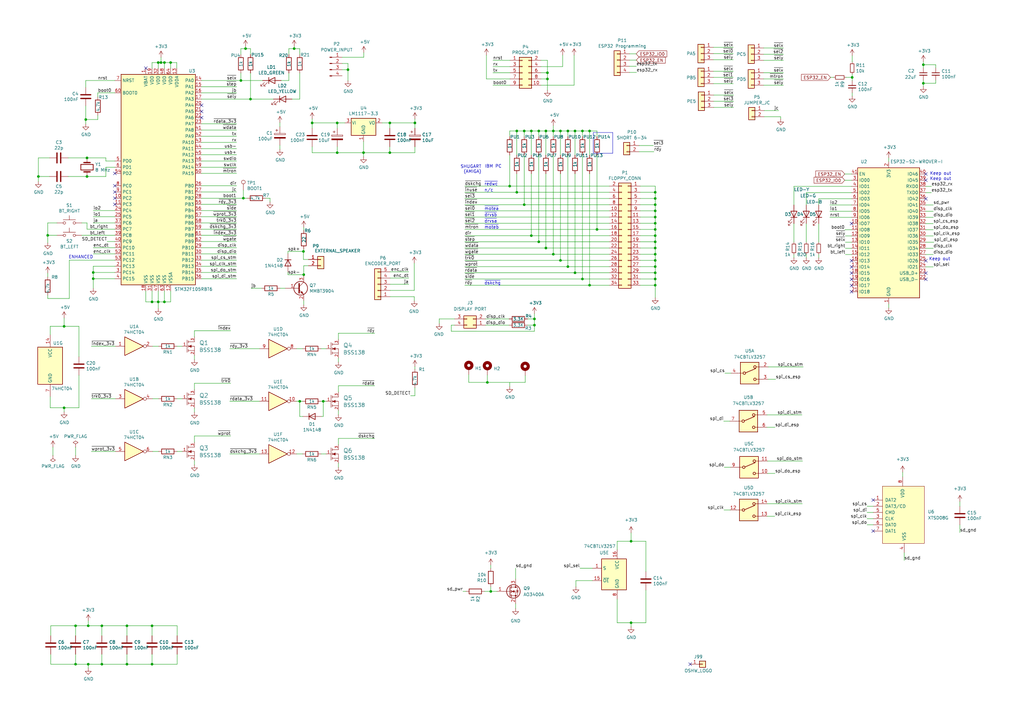
<source format=kicad_sch>
(kicad_sch
	(version 20250114)
	(generator "eeschema")
	(generator_version "9.0")
	(uuid "6c7ae024-2559-4f5f-b740-5250220cff1a")
	(paper "A3")
	(title_block
		(title "SweFlopsMini")
		(date "2024-01-28")
		(rev "1.04")
		(company "Sweproj")
		(comment 1 "Based on schematics by H.M")
		(comment 2 "Licensed under CERN OHL v.1.2")
	)
	
	(text "Keep out"
		(exclude_from_sim no)
		(at 381 107.061 0)
		(effects
			(font
				(size 1.27 1.27)
			)
			(justify left bottom)
		)
		(uuid "0a35a40a-2ce4-4fc6-ab4a-8c52bab7744d")
	)
	(text "~{drvsb}"
		(exclude_from_sim no)
		(at 198.628 89.027 0)
		(effects
			(font
				(size 1.27 1.27)
			)
			(justify left bottom)
		)
		(uuid "1bf1faf9-34e9-4f41-907e-4b7e09f482e4")
	)
	(text "n/c"
		(exclude_from_sim no)
		(at 198.628 78.867 0)
		(effects
			(font
				(size 1.27 1.27)
			)
			(justify left bottom)
		)
		(uuid "48f523fb-1a98-4d98-b25a-30e9106ff153")
	)
	(text "~{drvsa}"
		(exclude_from_sim no)
		(at 198.628 91.567 0)
		(effects
			(font
				(size 1.27 1.27)
			)
			(justify left bottom)
		)
		(uuid "4bcd7fc5-b03b-49bd-979a-f895ffc70355")
	)
	(text "~{moteb}"
		(exclude_from_sim no)
		(at 198.628 94.107 0)
		(effects
			(font
				(size 1.27 1.27)
			)
			(justify left bottom)
		)
		(uuid "579b32b7-b358-4ffc-901f-50281eb2eff8")
	)
	(text "~{motea}"
		(exclude_from_sim no)
		(at 198.628 86.487 0)
		(effects
			(font
				(size 1.27 1.27)
			)
			(justify left bottom)
		)
		(uuid "74e40ccd-0fba-4253-a76d-7a77141cbbd8")
	)
	(text "~{redwc}"
		(exclude_from_sim no)
		(at 198.628 76.327 0)
		(effects
			(font
				(size 1.27 1.27)
			)
			(justify left bottom)
		)
		(uuid "94e3e44c-f88a-4e9e-93bf-2fadb7d32c9f")
	)
	(text "Keep out"
		(exclude_from_sim no)
		(at 381.381 72.009 0)
		(effects
			(font
				(size 1.27 1.27)
			)
			(justify left bottom)
		)
		(uuid "a0993398-d95f-413d-9501-0d73d0005414")
	)
	(text "IBM PC"
		(exclude_from_sim no)
		(at 198.755 69.088 0)
		(effects
			(font
				(size 1.27 1.27)
			)
			(justify left bottom)
		)
		(uuid "b7d81031-bb80-47ff-a607-db0ba3d3cfa5")
	)
	(text "Keep out"
		(exclude_from_sim no)
		(at 381.381 74.168 0)
		(effects
			(font
				(size 1.27 1.27)
			)
			(justify left bottom)
		)
		(uuid "c7519236-afd3-4a2f-b09c-295c357933f6")
	)
	(text "SHUGART\n(AMIGA)"
		(exclude_from_sim no)
		(at 197.485 71.247 0)
		(effects
			(font
				(size 1.27 1.27)
			)
			(justify right bottom)
		)
		(uuid "d8f3e79a-96a6-4afd-81f6-a00ea57b958c")
	)
	(text "~{dskchg}"
		(exclude_from_sim no)
		(at 198.628 116.967 0)
		(effects
			(font
				(size 1.27 1.27)
			)
			(justify left bottom)
		)
		(uuid "d9164d72-3a4e-4874-b5e8-447d0ba92d42")
	)
	(text "ENHANCED\n"
		(exclude_from_sim no)
		(at 38.227 106.299 0)
		(effects
			(font
				(size 1.27 1.27)
			)
			(justify right bottom)
		)
		(uuid "f7513da5-b49a-4d14-a4c5-1dcc2636a36d")
	)
	(junction
		(at 226.949 104.267)
		(diameter 0)
		(color 0 0 0 0)
		(uuid "040066ea-c5fb-4e83-b7ca-14b455995f53")
	)
	(junction
		(at 38.227 111.76)
		(diameter 0)
		(color 0 0 0 0)
		(uuid "0c23ca9f-e1c0-4531-bb3b-0f7a889ef0a0")
	)
	(junction
		(at 223.901 53.721)
		(diameter 0)
		(color 0 0 0 0)
		(uuid "1054fc3d-6354-4441-a3f9-74f0473b5edd")
	)
	(junction
		(at 132.588 164.592)
		(diameter 0)
		(color 0 0 0 0)
		(uuid "18327814-d0c7-4e2c-a638-b87c9fa342ba")
	)
	(junction
		(at 100.711 19.939)
		(diameter 0)
		(color 0 0 0 0)
		(uuid "1af37b26-a42d-4153-b427-f2546d2dee0e")
	)
	(junction
		(at 378.714 34.163)
		(diameter 0)
		(color 0 0 0 0)
		(uuid "1b725126-2256-49c1-8363-945686b28f40")
	)
	(junction
		(at 35.687 64.77)
		(diameter 0)
		(color 0 0 0 0)
		(uuid "1c05fd3c-8586-44f3-ba54-5d4390a7862c")
	)
	(junction
		(at 268.732 78.867)
		(diameter 0)
		(color 0 0 0 0)
		(uuid "2079287e-f511-4528-b0cc-d1b6a83a0c0c")
	)
	(junction
		(at 67.437 25.654)
		(diameter 0)
		(color 0 0 0 0)
		(uuid "260730b9-f078-48c0-8056-52fe112e6497")
	)
	(junction
		(at 224.536 29.845)
		(diameter 0)
		(color 0 0 0 0)
		(uuid "296a4fda-0ce3-44e6-a627-1f0a5e13c005")
	)
	(junction
		(at 15.748 72.39)
		(diameter 0)
		(color 0 0 0 0)
		(uuid "2e30c2e6-8718-4510-8a45-93d4fa0c1413")
	)
	(junction
		(at 64.897 123.825)
		(diameter 0)
		(color 0 0 0 0)
		(uuid "3651d252-7dec-4686-ba2f-dc85265c90d9")
	)
	(junction
		(at 35.687 72.39)
		(diameter 0)
		(color 0 0 0 0)
		(uuid "3d8aaf85-2e03-4e99-8a87-e210b3ee98f0")
	)
	(junction
		(at 142.7226 28.575)
		(diameter 0)
		(color 0 0 0 0)
		(uuid "3decbd1f-c75c-46c8-a13c-91c6881b5cf4")
	)
	(junction
		(at 122.936 164.592)
		(diameter 0)
		(color 0 0 0 0)
		(uuid "40814f7e-4ab7-4867-8498-f862833b9bb6")
	)
	(junction
		(at 268.732 101.727)
		(diameter 0)
		(color 0 0 0 0)
		(uuid "475ac029-3be1-4cd3-944b-24c3a6fe850c")
	)
	(junction
		(at 19.558 96.52)
		(diameter 0)
		(color 0 0 0 0)
		(uuid "4924e0e9-ad1f-4077-b3b3-2c6d1712e69d")
	)
	(junction
		(at 268.732 111.887)
		(diameter 0)
		(color 0 0 0 0)
		(uuid "4a5b02f8-6d24-4028-be0c-f7108772c19d")
	)
	(junction
		(at 211.963 78.867)
		(diameter 0)
		(color 0 0 0 0)
		(uuid "4c5885c9-de95-40a8-9b9e-a407843a7c59")
	)
	(junction
		(at 241.808 116.967)
		(diameter 0)
		(color 0 0 0 0)
		(uuid "4d6a77f1-1c30-4eeb-9d53-42e68802c6fc")
	)
	(junction
		(at 64.897 25.654)
		(diameter 0)
		(color 0 0 0 0)
		(uuid "4ea1825a-419e-4dcd-9c7d-37f4139c72bb")
	)
	(junction
		(at 268.732 99.187)
		(diameter 0)
		(color 0 0 0 0)
		(uuid "51bd5573-4c97-4a0b-8e91-86f19072f235")
	)
	(junction
		(at 124.46 103.124)
		(diameter 0)
		(color 0 0 0 0)
		(uuid "5362b80d-3edc-45c0-89bb-d5cd08b7b22d")
	)
	(junction
		(at 35.179 49.022)
		(diameter 0)
		(color 0 0 0 0)
		(uuid "57aeb026-9695-4ec9-aeb9-a71f9f7aaffc")
	)
	(junction
		(at 235.839 53.721)
		(diameter 0)
		(color 0 0 0 0)
		(uuid "5c1128a7-5823-44d7-be0a-d7b0e257ec62")
	)
	(junction
		(at 268.732 89.027)
		(diameter 0)
		(color 0 0 0 0)
		(uuid "5f1b9618-1dab-4268-a518-25dec293e17f")
	)
	(junction
		(at 232.918 109.347)
		(diameter 0)
		(color 0 0 0 0)
		(uuid "62f4a339-67f0-4122-8d00-cf9e3a52c588")
	)
	(junction
		(at 120.65 19.939)
		(diameter 0)
		(color 0 0 0 0)
		(uuid "69272744-c2b9-4cc7-91e5-7f2dcf25a2f3")
	)
	(junction
		(at 217.932 96.647)
		(diameter 0)
		(color 0 0 0 0)
		(uuid "6daf67a0-533b-4dde-86f4-ca0b8c40fb12")
	)
	(junction
		(at 102.743 40.64)
		(diameter 0)
		(color 0 0 0 0)
		(uuid "718f1ebe-4732-4a77-8a11-281170edc515")
	)
	(junction
		(at 268.732 104.267)
		(diameter 0)
		(color 0 0 0 0)
		(uuid "71923976-7ee1-414e-b56a-f923b0d6b595")
	)
	(junction
		(at 66.04 25.654)
		(diameter 0)
		(color 0 0 0 0)
		(uuid "728ab263-a085-4483-8474-69c06edf943b")
	)
	(junction
		(at 224.536 32.385)
		(diameter 0)
		(color 0 0 0 0)
		(uuid "7cd64188-766b-4f5d-b90d-1c25fa3cb010")
	)
	(junction
		(at 41.783 256.667)
		(diameter 0)
		(color 0 0 0 0)
		(uuid "7d334045-6688-44ed-80f3-1246a3165856")
	)
	(junction
		(at 258.826 255.397)
		(diameter 0)
		(color 0 0 0 0)
		(uuid "81bdb557-bb03-4c5a-8395-0fcb1f21764c")
	)
	(junction
		(at 67.437 123.825)
		(diameter 0)
		(color 0 0 0 0)
		(uuid "836fb985-8503-4531-9bde-db45d208821d")
	)
	(junction
		(at 98.806 33.02)
		(diameter 0)
		(color 0 0 0 0)
		(uuid "88a6e99f-ddee-44f5-879d-0e7c99f4b5f6")
	)
	(junction
		(at 52.07 272.415)
		(diameter 0)
		(color 0 0 0 0)
		(uuid "8a72e3ab-1dbe-433d-bdbe-f9b2ba4ac50e")
	)
	(junction
		(at 30.988 272.415)
		(diameter 0)
		(color 0 0 0 0)
		(uuid "8b376610-8dcb-4a55-bca7-c30db9af078c")
	)
	(junction
		(at 128.016 50.419)
		(diameter 0)
		(color 0 0 0 0)
		(uuid "9313f329-a951-429c-b53b-b012dd5ccb7a")
	)
	(junction
		(at 244.856 94.107)
		(diameter 0)
		(color 0 0 0 0)
		(uuid "959dc508-2399-48e6-a2bf-ac1e20809a96")
	)
	(junction
		(at 235.839 111.887)
		(diameter 0)
		(color 0 0 0 0)
		(uuid "9608eeab-b9bd-4e54-9776-749978ea055d")
	)
	(junction
		(at 378.714 26.543)
		(diameter 0)
		(color 0 0 0 0)
		(uuid "97369428-5d71-41e5-b9e1-e919cdb54e27")
	)
	(junction
		(at 268.732 106.807)
		(diameter 0)
		(color 0 0 0 0)
		(uuid "97ff7bcb-d4c0-4e16-9cd2-1ae936d5a745")
	)
	(junction
		(at 268.732 109.347)
		(diameter 0)
		(color 0 0 0 0)
		(uuid "9c19cf1b-7097-4b58-85a6-d9f8c32f363f")
	)
	(junction
		(at 258.826 221.996)
		(diameter 0)
		(color 0 0 0 0)
		(uuid "a3d9be0e-f370-47d3-aa79-a71b2242e6b4")
	)
	(junction
		(at 170.18 50.419)
		(diameter 0)
		(color 0 0 0 0)
		(uuid "a4336e88-13ba-4122-b81c-bf04700c252a")
	)
	(junction
		(at 268.732 114.427)
		(diameter 0)
		(color 0 0 0 0)
		(uuid "a855221b-3fd2-4133-80d4-a6a02a20077d")
	)
	(junction
		(at 215.011 83.947)
		(diameter 0)
		(color 0 0 0 0)
		(uuid "a92f5c0b-9175-4b21-891c-14027f4de620")
	)
	(junction
		(at 99.822 81.28)
		(diameter 0)
		(color 0 0 0 0)
		(uuid "ade34edb-376c-4889-823c-5bbd13fc9f0b")
	)
	(junction
		(at 223.901 101.727)
		(diameter 0)
		(color 0 0 0 0)
		(uuid "aec901c7-0061-4944-b8fc-49a8faba400a")
	)
	(junction
		(at 349.504 31.75)
		(diameter 0)
		(color 0 0 0 0)
		(uuid "afc8b8f4-7b6c-4e04-8376-99153bde66be")
	)
	(junction
		(at 220.98 99.187)
		(diameter 0)
		(color 0 0 0 0)
		(uuid "b5df6ee1-f89f-40c7-970c-d17f0389850d")
	)
	(junction
		(at 199.898 156.845)
		(diameter 0)
		(color 0 0 0 0)
		(uuid "b5f69a8f-0e97-47e6-8029-24bf0d467e9d")
	)
	(junction
		(at 219.202 133.35)
		(diameter 0)
		(color 0 0 0 0)
		(uuid "b63614f2-f191-4acf-9f31-cbf7d22f12db")
	)
	(junction
		(at 226.949 53.721)
		(diameter 0)
		(color 0 0 0 0)
		(uuid "b9a304f1-805d-4a4b-913c-102f464a6466")
	)
	(junction
		(at 211.963 53.721)
		(diameter 0)
		(color 0 0 0 0)
		(uuid "bb1f2c79-0098-46b9-858b-b1455960fd95")
	)
	(junction
		(at 238.887 114.427)
		(diameter 0)
		(color 0 0 0 0)
		(uuid "bca8a2ce-d92a-4d2f-8714-cda5898f2dc3")
	)
	(junction
		(at 26.289 133.858)
		(diameter 0)
		(color 0 0 0 0)
		(uuid "bed24c39-e6a3-44bc-b476-ac3bd4edcebe")
	)
	(junction
		(at 38.227 114.3)
		(diameter 0)
		(color 0 0 0 0)
		(uuid "bf880a4d-f631-4f99-a6ce-385a31430107")
	)
	(junction
		(at 209.042 76.327)
		(diameter 0)
		(color 0 0 0 0)
		(uuid "c156114f-50f2-4d5e-ab42-94939ae30371")
	)
	(junction
		(at 159.893 62.611)
		(diameter 0)
		(color 0 0 0 0)
		(uuid "c47da14a-734f-4041-b1c0-340ec490b34e")
	)
	(junction
		(at 62.357 123.825)
		(diameter 0)
		(color 0 0 0 0)
		(uuid "c48105f2-f663-4f94-8e32-57800ea51f7e")
	)
	(junction
		(at 138.303 62.611)
		(diameter 0)
		(color 0 0 0 0)
		(uuid "c58545ba-35f3-4fc6-93c7-5dfe9235537f")
	)
	(junction
		(at 268.732 96.647)
		(diameter 0)
		(color 0 0 0 0)
		(uuid "ce0dc9ff-ec38-4373-808f-f9480d03c3b4")
	)
	(junction
		(at 238.887 53.721)
		(diameter 0)
		(color 0 0 0 0)
		(uuid "cf6d16cf-e3cf-405b-811a-6c12354cd9ba")
	)
	(junction
		(at 201.295 242.57)
		(diameter 0)
		(color 0 0 0 0)
		(uuid "d27b610b-ef04-4c11-80bf-8c9b12451311")
	)
	(junction
		(at 219.202 130.81)
		(diameter 0)
		(color 0 0 0 0)
		(uuid "d3317900-2632-4275-b89c-919625e3effe")
	)
	(junction
		(at 268.732 81.407)
		(diameter 0)
		(color 0 0 0 0)
		(uuid "d3bc1d9c-d634-448f-83a9-ba160f4b37a2")
	)
	(junction
		(at 138.303 50.419)
		(diameter 0)
		(color 0 0 0 0)
		(uuid "d4b5866b-4bc0-4884-9394-6ebb77805fa1")
	)
	(junction
		(at 268.732 83.947)
		(diameter 0)
		(color 0 0 0 0)
		(uuid "d7fd33f8-a223-4dd7-87ee-a67b32f29388")
	)
	(junction
		(at 62.357 272.415)
		(diameter 0)
		(color 0 0 0 0)
		(uuid "d8c5c510-7065-4203-b773-675c6dc75e42")
	)
	(junction
		(at 241.808 53.721)
		(diameter 0)
		(color 0 0 0 0)
		(uuid "dc399673-66b3-4fc4-8183-18e0fdd6b65a")
	)
	(junction
		(at 232.918 53.721)
		(diameter 0)
		(color 0 0 0 0)
		(uuid "dc6eea1a-5256-4f89-adcb-97a2976a685a")
	)
	(junction
		(at 41.783 272.415)
		(diameter 0)
		(color 0 0 0 0)
		(uuid "deee69e7-cbc8-4ed4-817d-6228f02e627f")
	)
	(junction
		(at 268.732 91.567)
		(diameter 0)
		(color 0 0 0 0)
		(uuid "df49f106-5954-47fe-a2e5-3c49fb3fb368")
	)
	(junction
		(at 62.357 256.667)
		(diameter 0)
		(color 0 0 0 0)
		(uuid "dfbf417b-e98a-46b5-88d6-e8331779ebec")
	)
	(junction
		(at 30.988 256.667)
		(diameter 0)
		(color 0 0 0 0)
		(uuid "dff531ec-5341-4317-9d46-b4c2ecfee490")
	)
	(junction
		(at 215.011 53.721)
		(diameter 0)
		(color 0 0 0 0)
		(uuid "e169ff3a-9f78-441b-8c45-79974d783784")
	)
	(junction
		(at 36.195 256.667)
		(diameter 0)
		(color 0 0 0 0)
		(uuid "e305d4b0-beeb-4350-b27f-4e4fe3d59f17")
	)
	(junction
		(at 26.289 167.259)
		(diameter 0)
		(color 0 0 0 0)
		(uuid "e63dee55-0fab-49a9-8128-a6d0b871f4e3")
	)
	(junction
		(at 36.195 272.415)
		(diameter 0)
		(color 0 0 0 0)
		(uuid "e6ba7a56-1a55-4b18-ad00-d563c40502ba")
	)
	(junction
		(at 69.977 25.654)
		(diameter 0)
		(color 0 0 0 0)
		(uuid "e71eb050-7f34-45f1-ba43-8abb3c27924f")
	)
	(junction
		(at 159.893 50.419)
		(diameter 0)
		(color 0 0 0 0)
		(uuid "e7c922e9-affe-4d13-8fce-eac0f1759b3c")
	)
	(junction
		(at 268.732 86.487)
		(diameter 0)
		(color 0 0 0 0)
		(uuid "e7f7122f-9ce7-4488-9ddb-9a95d891cdf0")
	)
	(junction
		(at 220.98 53.721)
		(diameter 0)
		(color 0 0 0 0)
		(uuid "ebf575a5-1389-41be-963d-33dcbe4a5247")
	)
	(junction
		(at 268.732 116.967)
		(diameter 0)
		(color 0 0 0 0)
		(uuid "f217d5e7-d2af-4a0c-b7f0-1cc52c85f6e4")
	)
	(junction
		(at 217.932 53.721)
		(diameter 0)
		(color 0 0 0 0)
		(uuid "f4175765-5de7-4183-9aa5-f6b37445dd35")
	)
	(junction
		(at 229.87 106.807)
		(diameter 0)
		(color 0 0 0 0)
		(uuid "f4aed8a8-c15c-4467-8b62-ad218528e0a3")
	)
	(junction
		(at 124.587 112.649)
		(diameter 0)
		(color 0 0 0 0)
		(uuid "f5b23b4d-c0fc-4221-ba1b-40595eec1dec")
	)
	(junction
		(at 268.732 94.107)
		(diameter 0)
		(color 0 0 0 0)
		(uuid "f656ce91-9ecd-4f52-ad93-e84ee6edc4cd")
	)
	(junction
		(at 149.098 62.611)
		(diameter 0)
		(color 0 0 0 0)
		(uuid "f8b2d9ae-aa0d-4b9a-84e5-39bf5ddce135")
	)
	(junction
		(at 52.07 256.667)
		(diameter 0)
		(color 0 0 0 0)
		(uuid "ff908e4a-3e69-4a02-82f0-8affec637192")
	)
	(junction
		(at 229.87 53.721)
		(diameter 0)
		(color 0 0 0 0)
		(uuid "ffcdc2da-2dd6-4861-b8e9-2fe0153717ff")
	)
	(no_connect
		(at 82.677 48.26)
		(uuid "07e13eea-8c65-4911-a99f-530ae1ebbc79")
	)
	(no_connect
		(at 59.817 27.94)
		(uuid "09ee85ae-777f-4013-97d0-c8869b13e30c")
	)
	(no_connect
		(at 47.117 76.2)
		(uuid "0c10d070-63aa-4231-b2eb-4c2aa6df754c")
	)
	(no_connect
		(at 349.25 117.094)
		(uuid "252dbabc-22a9-4fc7-81bf-4e8d223bf5bf")
	)
	(no_connect
		(at 47.117 81.28)
		(uuid "3abbdb84-7b3f-4ffd-9c00-b7610323a9dc")
	)
	(no_connect
		(at 379.73 106.934)
		(uuid "40d4fa98-d0dc-4c66-8888-3d29c65c9ed2")
	)
	(no_connect
		(at 349.25 91.694)
		(uuid "4ba15b7d-046c-4a10-8b8f-de1e9add4ae6")
	)
	(no_connect
		(at 47.117 78.74)
		(uuid "4ce2168e-ef6b-40cc-9bdd-b009c2f1128f")
	)
	(no_connect
		(at 379.73 112.014)
		(uuid "5869d949-f35d-45df-b1b5-2aabbec97aa4")
	)
	(no_connect
		(at 379.73 114.554)
		(uuid "60f31ba4-13b8-46e2-9d76-21862c7b59ac")
	)
	(no_connect
		(at 82.677 45.72)
		(uuid "6b0e836a-c7ee-489c-8378-761ae0700acb")
	)
	(no_connect
		(at 379.73 71.374)
		(uuid "71900485-18be-48a5-bdca-b6d5f4d7d918")
	)
	(no_connect
		(at 349.25 112.014)
		(uuid "721a5295-d762-40b0-ba34-275a7cf7a8a5")
	)
	(no_connect
		(at 349.25 119.634)
		(uuid "741eb185-f944-4026-b436-0dd8fc04b990")
	)
	(no_connect
		(at 349.25 109.474)
		(uuid "85613e89-1123-49e0-8ff2-3ad418717586")
	)
	(no_connect
		(at 358.14 217.805)
		(uuid "8ed58362-d152-4b55-9810-3cfc8a98357a")
	)
	(no_connect
		(at 82.677 43.18)
		(uuid "92b1ceb0-60b3-466a-beb6-0004e4b95f04")
	)
	(no_connect
		(at 283.083 272.415)
		(uuid "973c59c4-356f-4904-a5e0-05dd4234af43")
	)
	(no_connect
		(at 379.73 73.914)
		(uuid "a7a3ee93-a745-4720-b3f3-b16ec5871925")
	)
	(no_connect
		(at 349.25 114.554)
		(uuid "a9a94e7c-42fa-40b4-a184-c209dbe1a9a0")
	)
	(no_connect
		(at 358.14 205.105)
		(uuid "ccff1d65-fc87-4837-944c-52309df61255")
	)
	(no_connect
		(at 47.117 71.12)
		(uuid "d7619367-5f4f-43fd-9c4c-fafef691b25b")
	)
	(no_connect
		(at 349.25 106.934)
		(uuid "e2efbed1-bc12-4d28-bc58-2212344dd8d2")
	)
	(no_connect
		(at 47.117 83.82)
		(uuid "e7861644-faca-4c14-80ab-776139bf8036")
	)
	(no_connect
		(at 379.73 81.534)
		(uuid "f6818d71-835c-4a2d-acbf-fa973393f169")
	)
	(wire
		(pts
			(xy 98.806 19.939) (xy 100.711 19.939)
		)
		(stroke
			(width 0)
			(type default)
		)
		(uuid "00ac5a44-b4bd-4d2d-a683-781d189502c9")
	)
	(wire
		(pts
			(xy 47.117 88.9) (xy 38.227 88.9)
		)
		(stroke
			(width 0)
			(type default)
		)
		(uuid "00fbb47c-ccab-4230-b0ed-a4d62339033e")
	)
	(wire
		(pts
			(xy 292.735 41.529) (xy 300.863 41.529)
		)
		(stroke
			(width 0)
			(type default)
		)
		(uuid "0194bf50-7dec-4ccf-9c68-af261a9277c3")
	)
	(wire
		(pts
			(xy 19.558 112.014) (xy 19.558 113.538)
		)
		(stroke
			(width 0)
			(type default)
		)
		(uuid "023de083-0402-4a0e-9f21-02e14341f49d")
	)
	(wire
		(pts
			(xy 330.708 91.694) (xy 330.708 99.314)
		)
		(stroke
			(width 0)
			(type default)
		)
		(uuid "025a103a-571c-4e20-afa5-12718deed72e")
	)
	(wire
		(pts
			(xy 215.011 56.007) (xy 215.011 53.721)
		)
		(stroke
			(width 0)
			(type default)
		)
		(uuid "028d9400-10ab-4cef-86e3-d7964c8b32be")
	)
	(wire
		(pts
			(xy 28.448 122.428) (xy 19.558 122.428)
		)
		(stroke
			(width 0)
			(type default)
		)
		(uuid "038dcb14-253f-405f-8cd9-edf677cdd1ed")
	)
	(wire
		(pts
			(xy 223.901 53.721) (xy 226.949 53.721)
		)
		(stroke
			(width 0)
			(type default)
		)
		(uuid "03e8f6c2-d30d-47b5-bb78-0139d13a5c2d")
	)
	(wire
		(pts
			(xy 47.117 109.22) (xy 38.227 109.22)
		)
		(stroke
			(width 0)
			(type default)
		)
		(uuid "03ece717-024c-45d1-bb4d-e94b35a0bfca")
	)
	(wire
		(pts
			(xy 20.574 137.287) (xy 20.574 133.858)
		)
		(stroke
			(width 0)
			(type default)
		)
		(uuid "0417b65e-e3ab-4504-bea2-e5287be3b9e2")
	)
	(wire
		(pts
			(xy 64.897 123.825) (xy 67.437 123.825)
		)
		(stroke
			(width 0)
			(type default)
		)
		(uuid "048de689-4a89-4ccd-b98f-831b8b15dc13")
	)
	(wire
		(pts
			(xy 47.117 106.68) (xy 28.448 106.68)
		)
		(stroke
			(width 0)
			(type default)
		)
		(uuid "04e22b05-e615-42f5-a542-8a599b56b0c4")
	)
	(wire
		(pts
			(xy 98.806 19.939) (xy 98.806 22.352)
		)
		(stroke
			(width 0)
			(type default)
		)
		(uuid "058b8a14-6d24-4848-a98d-2fa2cdc326bc")
	)
	(wire
		(pts
			(xy 378.714 26.543) (xy 383.794 26.543)
		)
		(stroke
			(width 0)
			(type default)
		)
		(uuid "064bb2f0-47cc-480f-bbf8-b8153aa80907")
	)
	(wire
		(pts
			(xy 38.227 109.22) (xy 38.227 111.76)
		)
		(stroke
			(width 0)
			(type default)
		)
		(uuid "06d8e0a3-2018-4ca4-9db9-72c9d0ccfe9a")
	)
	(wire
		(pts
			(xy 232.918 63.627) (xy 232.918 109.347)
		)
		(stroke
			(width 0)
			(type default)
		)
		(uuid "0741c380-f1d4-4b2b-84d2-0462118a270b")
	)
	(wire
		(pts
			(xy 142.7226 26.035) (xy 142.7226 28.575)
		)
		(stroke
			(width 0)
			(type default)
		)
		(uuid "075d7cdc-0ff8-4a79-b996-9bc2f7007a4a")
	)
	(wire
		(pts
			(xy 346.456 71.374) (xy 349.25 71.374)
		)
		(stroke
			(width 0)
			(type default)
		)
		(uuid "08153fc9-5946-4eae-9140-850eec86776f")
	)
	(wire
		(pts
			(xy 115.316 33.02) (xy 118.491 33.02)
		)
		(stroke
			(width 0)
			(type default)
		)
		(uuid "08578bbd-da5a-4ee9-851f-2568287e68c3")
	)
	(wire
		(pts
			(xy 82.677 38.1) (xy 97.028 38.1)
		)
		(stroke
			(width 0)
			(type default)
		)
		(uuid "087bc2ea-2ef5-484e-ae9f-59b06d36de72")
	)
	(wire
		(pts
			(xy 98.806 33.02) (xy 107.696 33.02)
		)
		(stroke
			(width 0)
			(type default)
		)
		(uuid "08beb69e-41aa-42f8-9594-326d36ca9283")
	)
	(wire
		(pts
			(xy 236.22 240.665) (xy 236.22 238.125)
		)
		(stroke
			(width 0)
			(type default)
		)
		(uuid "0a0436d8-1098-44bf-a72a-7a1c97c1ed58")
	)
	(wire
		(pts
			(xy 262.128 62.23) (xy 268.224 62.23)
		)
		(stroke
			(width 0)
			(type default)
		)
		(uuid "0a0639d1-d20b-46e8-8951-6ca1b6cacd26")
	)
	(wire
		(pts
			(xy 209.169 156.845) (xy 215.392 156.845)
		)
		(stroke
			(width 0)
			(type default)
		)
		(uuid "0ad2a21b-66e9-458d-9e65-e86688e7588c")
	)
	(wire
		(pts
			(xy 82.677 86.36) (xy 97.028 86.36)
		)
		(stroke
			(width 0)
			(type default)
		)
		(uuid "0afaaf78-8ee5-4322-8878-e342d61f8bbd")
	)
	(wire
		(pts
			(xy 79.756 178.816) (xy 94.615 178.816)
		)
		(stroke
			(width 0)
			(type default)
		)
		(uuid "0c4aae78-5639-4352-b306-6ad2fc0443cb")
	)
	(wire
		(pts
			(xy 106.426 143.002) (xy 94.234 143.002)
		)
		(stroke
			(width 0)
			(type default)
		)
		(uuid "0c65bc39-93db-49aa-8a79-8bc342f177d4")
	)
	(wire
		(pts
			(xy 35.687 72.39) (xy 27.94 72.39)
		)
		(stroke
			(width 0)
			(type default)
		)
		(uuid "0cc57e54-405b-4f3f-a6c4-17a5c09e93ac")
	)
	(wire
		(pts
			(xy 378.714 25.273) (xy 378.714 26.543)
		)
		(stroke
			(width 0)
			(type default)
		)
		(uuid "0cc9741f-1c06-460d-b2d6-be09a0503279")
	)
	(wire
		(pts
			(xy 149.098 58.039) (xy 149.098 62.611)
		)
		(stroke
			(width 0)
			(type default)
		)
		(uuid "0d6deea1-53e7-496c-b190-be1c2e7228b2")
	)
	(wire
		(pts
			(xy 211.963 78.867) (xy 249.936 78.867)
		)
		(stroke
			(width 0)
			(type default)
		)
		(uuid "0dbeb2fa-b8a3-41b1-889d-8305f200d943")
	)
	(wire
		(pts
			(xy 23.368 91.44) (xy 19.558 91.44)
		)
		(stroke
			(width 0)
			(type default)
		)
		(uuid "0dc1c36d-3c83-44e6-b98d-a8e47b04eb7e")
	)
	(wire
		(pts
			(xy 138.303 50.419) (xy 141.478 50.419)
		)
		(stroke
			(width 0)
			(type default)
		)
		(uuid "0e196f7a-9c53-419b-a64d-22b93e1125cb")
	)
	(wire
		(pts
			(xy 33.528 96.52) (xy 47.117 96.52)
		)
		(stroke
			(width 0)
			(type default)
		)
		(uuid "0e40e361-0930-424e-96d8-41607b889b58")
	)
	(wire
		(pts
			(xy 314.706 206.629) (xy 329.057 206.629)
		)
		(stroke
			(width 0)
			(type default)
		)
		(uuid "0e664f86-a1da-43ca-85ec-79b030f1ba9d")
	)
	(wire
		(pts
			(xy 268.732 96.647) (xy 268.732 99.187)
		)
		(stroke
			(width 0)
			(type default)
		)
		(uuid "0e91bae9-681e-49f6-bc31-a95adbda6022")
	)
	(wire
		(pts
			(xy 232.918 56.007) (xy 232.918 53.721)
		)
		(stroke
			(width 0)
			(type default)
		)
		(uuid "0f69b280-544b-419a-a25c-54622d3aaa1e")
	)
	(wire
		(pts
			(xy 160.02 114.046) (xy 167.64 114.046)
		)
		(stroke
			(width 0)
			(type default)
		)
		(uuid "0fd78848-51c1-4633-8b1e-04626e2b62c0")
	)
	(wire
		(pts
			(xy 199.517 22.606) (xy 199.517 32.385)
		)
		(stroke
			(width 0)
			(type default)
		)
		(uuid "103029c5-3b52-49c9-a611-189315473a7f")
	)
	(wire
		(pts
			(xy 292.608 29.21) (xy 300.736 29.21)
		)
		(stroke
			(width 0)
			(type default)
		)
		(uuid "1097dec6-985d-4bf1-944b-a088cbd6d952")
	)
	(wire
		(pts
			(xy 26.289 133.858) (xy 26.289 130.429)
		)
		(stroke
			(width 0)
			(type default)
		)
		(uuid "109c0628-01b5-43ff-b198-9afa5f6efa79")
	)
	(wire
		(pts
			(xy 244.856 63.627) (xy 244.856 94.107)
		)
		(stroke
			(width 0)
			(type default)
		)
		(uuid "11186c4d-e5f8-469b-9c99-55907902fcad")
	)
	(wire
		(pts
			(xy 20.828 256.667) (xy 30.988 256.667)
		)
		(stroke
			(width 0)
			(type default)
		)
		(uuid "11894ccb-bff8-40c8-ba2a-557fb3f1e335")
	)
	(wire
		(pts
			(xy 82.677 35.56) (xy 97.028 35.56)
		)
		(stroke
			(width 0)
			(type default)
		)
		(uuid "118c0019-cbfb-48d2-9c0d-c4035f8a4fb4")
	)
	(wire
		(pts
			(xy 216.408 130.81) (xy 219.202 130.81)
		)
		(stroke
			(width 0)
			(type default)
		)
		(uuid "11a4747a-cf62-4518-bfab-a9bfdd30e79a")
	)
	(wire
		(pts
			(xy 119.761 40.64) (xy 122.936 40.64)
		)
		(stroke
			(width 0)
			(type default)
		)
		(uuid "1258305c-3d22-4bb9-af83-7fc47d36695d")
	)
	(wire
		(pts
			(xy 209.169 29.845) (xy 202.184 29.845)
		)
		(stroke
			(width 0)
			(type default)
		)
		(uuid "12d1cf1b-edaa-4571-8883-1aac71db4774")
	)
	(wire
		(pts
			(xy 138.303 60.198) (xy 138.303 62.611)
		)
		(stroke
			(width 0)
			(type default)
		)
		(uuid "13f0cc9d-677c-46a2-86ef-20440434559a")
	)
	(wire
		(pts
			(xy 262.636 81.407) (xy 268.732 81.407)
		)
		(stroke
			(width 0)
			(type default)
		)
		(uuid "13fc050b-9437-4f98-ba4e-ee3648d77e3a")
	)
	(wire
		(pts
			(xy 47.371 185.166) (xy 37.465 185.166)
		)
		(stroke
			(width 0)
			(type default)
		)
		(uuid "144774cd-65c4-4b3e-ade6-2bd17d52700f")
	)
	(wire
		(pts
			(xy 47.371 163.576) (xy 37.465 163.576)
		)
		(stroke
			(width 0)
			(type default)
		)
		(uuid "14718b7e-5b6b-4ef0-8cfb-9ae28ca97971")
	)
	(wire
		(pts
			(xy 192.278 156.845) (xy 199.898 156.845)
		)
		(stroke
			(width 0)
			(type default)
		)
		(uuid "1504c0f6-af49-4d2a-bb06-0d9660839e83")
	)
	(wire
		(pts
			(xy 262.636 101.727) (xy 268.732 101.727)
		)
		(stroke
			(width 0)
			(type default)
		)
		(uuid "154ffb85-f4d6-4321-8a16-208338aa4cc8")
	)
	(wire
		(pts
			(xy 32.385 133.858) (xy 32.385 146.304)
		)
		(stroke
			(width 0)
			(type default)
		)
		(uuid "15596a38-efe6-43e3-847c-a14ee5881713")
	)
	(wire
		(pts
			(xy 124.587 123.317) (xy 124.587 124.968)
		)
		(stroke
			(width 0)
			(type default)
		)
		(uuid "15881230-b19e-49c0-8586-fe7af4171e09")
	)
	(wire
		(pts
			(xy 102.743 29.972) (xy 102.743 40.64)
		)
		(stroke
			(width 0)
			(type default)
		)
		(uuid "15f15171-f944-4698-9cee-87efbf4fd289")
	)
	(wire
		(pts
			(xy 349.504 31.75) (xy 349.504 33.02)
		)
		(stroke
			(width 0)
			(type default)
		)
		(uuid "162e91e9-8d44-45b1-ae5d-be3bf5627435")
	)
	(wire
		(pts
			(xy 215.392 156.845) (xy 215.392 154.051)
		)
		(stroke
			(width 0)
			(type default)
		)
		(uuid "16eea723-9337-428a-81c2-d75d44b8bfec")
	)
	(wire
		(pts
			(xy 124.587 112.649) (xy 124.587 113.157)
		)
		(stroke
			(width 0)
			(type default)
		)
		(uuid "16f48916-851c-4ea1-b333-c8614f5f677f")
	)
	(wire
		(pts
			(xy 190.627 104.267) (xy 226.949 104.267)
		)
		(stroke
			(width 0)
			(type default)
		)
		(uuid "17338421-c80b-4afe-8049-e94078a93ccf")
	)
	(wire
		(pts
			(xy 79.756 135.636) (xy 94.615 135.636)
		)
		(stroke
			(width 0)
			(type default)
		)
		(uuid "17894fb3-67a3-4290-9b9a-272e17d9514a")
	)
	(wire
		(pts
			(xy 190.627 106.807) (xy 229.87 106.807)
		)
		(stroke
			(width 0)
			(type default)
		)
		(uuid "1835f6f6-25a5-4cc1-8cec-af736f40d335")
	)
	(wire
		(pts
			(xy 122.936 164.592) (xy 124.079 164.592)
		)
		(stroke
			(width 0)
			(type default)
		)
		(uuid "18692cff-9cfc-4c8d-80f4-1190a996b99a")
	)
	(wire
		(pts
			(xy 138.811 179.832) (xy 153.67 179.832)
		)
		(stroke
			(width 0)
			(type default)
		)
		(uuid "1893b93e-c9c1-4043-9963-8474032b387d")
	)
	(wire
		(pts
			(xy 41.783 268.351) (xy 41.783 272.415)
		)
		(stroke
			(width 0)
			(type default)
		)
		(uuid "1923b193-8e99-4d3d-b741-430642d307fc")
	)
	(wire
		(pts
			(xy 209.169 24.765) (xy 202.184 24.765)
		)
		(stroke
			(width 0)
			(type default)
		)
		(uuid "1994c711-3aed-4aa5-ba4a-9a8d3c24b50d")
	)
	(wire
		(pts
			(xy 220.98 63.627) (xy 220.98 99.187)
		)
		(stroke
			(width 0)
			(type default)
		)
		(uuid "1a30d197-2314-4f43-9131-7879c8b84362")
	)
	(polyline
		(pts
			(xy 251.333 54.356) (xy 251.333 62.865)
		)
		(stroke
			(width 0)
			(type default)
		)
		(uuid "1a5e886c-c9ce-4177-8c26-e08a2dba131e")
	)
	(wire
		(pts
			(xy 100.711 19.939) (xy 102.743 19.939)
		)
		(stroke
			(width 0)
			(type default)
		)
		(uuid "1a8a4898-6593-46f1-8a3c-9bc7f8a20fd1")
	)
	(wire
		(pts
			(xy 209.042 53.721) (xy 211.963 53.721)
		)
		(stroke
			(width 0)
			(type default)
		)
		(uuid "1b63dfcf-efb4-4123-b064-b4bc1bd57c39")
	)
	(wire
		(pts
			(xy 122.936 19.939) (xy 122.936 22.352)
		)
		(stroke
			(width 0)
			(type default)
		)
		(uuid "1b73509f-e494-4657-92ba-7262def26d0b")
	)
	(wire
		(pts
			(xy 244.856 94.107) (xy 249.936 94.107)
		)
		(stroke
			(width 0)
			(type default)
		)
		(uuid "1b8ee40e-257f-40ae-b3f1-d040a492cfd5")
	)
	(wire
		(pts
			(xy 209.042 56.007) (xy 209.042 53.721)
		)
		(stroke
			(width 0)
			(type default)
		)
		(uuid "1c8831de-e3d4-46b8-9de1-1aea7d461e5e")
	)
	(wire
		(pts
			(xy 30.988 272.415) (xy 36.195 272.415)
		)
		(stroke
			(width 0)
			(type default)
		)
		(uuid "1d31555c-aa76-4c97-bade-c9880678a3cd")
	)
	(wire
		(pts
			(xy 69.977 27.94) (xy 69.977 25.654)
		)
		(stroke
			(width 0)
			(type default)
		)
		(uuid "1d639301-e97e-4014-a9f2-0aac56d4605a")
	)
	(wire
		(pts
			(xy 313.182 34.925) (xy 321.31 34.925)
		)
		(stroke
			(width 0)
			(type default)
		)
		(uuid "1d776ba3-e4a0-4931-8777-60dd7223bf78")
	)
	(wire
		(pts
			(xy 241.808 53.721) (xy 244.856 53.721)
		)
		(stroke
			(width 0)
			(type default)
		)
		(uuid "1d90c28c-b8f4-4df0-9735-0de5f9a92fe5")
	)
	(wire
		(pts
			(xy 268.732 111.887) (xy 268.732 114.427)
		)
		(stroke
			(width 0)
			(type default)
		)
		(uuid "1decde92-6f1e-49d8-8293-680de64c39c6")
	)
	(wire
		(pts
			(xy 262.636 78.867) (xy 268.732 78.867)
		)
		(stroke
			(width 0)
			(type default)
		)
		(uuid "1e362956-8271-4be2-ac08-d0094455df6d")
	)
	(wire
		(pts
			(xy 82.677 68.58) (xy 97.028 68.58)
		)
		(stroke
			(width 0)
			(type default)
		)
		(uuid "1e6b919d-7204-4124-8ca8-80276f72be1b")
	)
	(wire
		(pts
			(xy 140.335 28.575) (xy 142.7226 28.575)
		)
		(stroke
			(width 0)
			(type default)
		)
		(uuid "1eaf753d-9ad3-4e57-af4d-b86a308763b2")
	)
	(wire
		(pts
			(xy 268.732 114.427) (xy 268.732 116.967)
		)
		(stroke
			(width 0)
			(type default)
		)
		(uuid "1f0c334a-65d2-4eda-83a0-3f81665dbff2")
	)
	(wire
		(pts
			(xy 98.806 29.972) (xy 98.806 33.02)
		)
		(stroke
			(width 0)
			(type default)
		)
		(uuid "21a9a837-ea5d-4f37-8bcc-b5a31cef11c0")
	)
	(wire
		(pts
			(xy 313.182 22.225) (xy 321.31 22.225)
		)
		(stroke
			(width 0)
			(type default)
		)
		(uuid "21c5c974-8c28-4ecf-a0e5-cc592104a734")
	)
	(wire
		(pts
			(xy 159.893 52.578) (xy 159.893 50.419)
		)
		(stroke
			(width 0)
			(type default)
		)
		(uuid "221043b3-e21b-490d-af65-f03d3d517c43")
	)
	(wire
		(pts
			(xy 349.504 30.48) (xy 349.504 31.75)
		)
		(stroke
			(width 0)
			(type default)
		)
		(uuid "223de97c-9493-490d-bcd0-4b080a1a74a4")
	)
	(wire
		(pts
			(xy 36.195 256.667) (xy 41.783 256.667)
		)
		(stroke
			(width 0)
			(type default)
		)
		(uuid "23532228-6c69-48e5-9c7f-fdf0dae42512")
	)
	(wire
		(pts
			(xy 346.71 96.774) (xy 349.25 96.774)
		)
		(stroke
			(width 0)
			(type default)
		)
		(uuid "239f3b46-7247-4397-9bed-6ab8a6c6e6c1")
	)
	(wire
		(pts
			(xy 211.963 71.247) (xy 211.963 78.867)
		)
		(stroke
			(width 0)
			(type default)
		)
		(uuid "23a81b3f-4317-473c-91e6-17813dc83d72")
	)
	(wire
		(pts
			(xy 67.437 25.654) (xy 69.977 25.654)
		)
		(stroke
			(width 0)
			(type default)
		)
		(uuid "24208d4e-1586-4e07-bf50-32e3f3718d5a")
	)
	(wire
		(pts
			(xy 268.732 86.487) (xy 268.732 89.027)
		)
		(stroke
			(width 0)
			(type default)
		)
		(uuid "2426dd32-19d6-41ac-9203-265a93cd31db")
	)
	(wire
		(pts
			(xy 72.644 163.576) (xy 74.676 163.576)
		)
		(stroke
			(width 0)
			(type default)
		)
		(uuid "25ddc17f-35ec-48ad-a3f7-7c82bf12085b")
	)
	(wire
		(pts
			(xy 138.811 146.812) (xy 138.811 148.463)
		)
		(stroke
			(width 0)
			(type default)
		)
		(uuid "25e66810-fe25-46b1-977d-85b692c7f9bd")
	)
	(wire
		(pts
			(xy 201.295 240.665) (xy 201.295 242.57)
		)
		(stroke
			(width 0)
			(type default)
		)
		(uuid "267df029-2613-477f-a3b8-3a63c77a4c72")
	)
	(wire
		(pts
			(xy 364.49 124.714) (xy 364.49 126.238)
		)
		(stroke
			(width 0)
			(type default)
		)
		(uuid "2725a769-202b-4cee-81c0-607d580a78d8")
	)
	(wire
		(pts
			(xy 69.977 119.38) (xy 69.977 123.825)
		)
		(stroke
			(width 0)
			(type default)
		)
		(uuid "27821498-bca2-41f7-bd1b-2e8d77b6866b")
	)
	(wire
		(pts
			(xy 190.627 89.027) (xy 249.936 89.027)
		)
		(stroke
			(width 0)
			(type default)
		)
		(uuid "27f582ed-84b3-493d-9252-5efb9895e1dd")
	)
	(wire
		(pts
			(xy 215.011 53.721) (xy 217.932 53.721)
		)
		(stroke
			(width 0)
			(type default)
		)
		(uuid "27fdde74-5820-4453-a2a0-460dd29c6578")
	)
	(wire
		(pts
			(xy 121.666 186.182) (xy 124.079 186.182)
		)
		(stroke
			(width 0)
			(type default)
		)
		(uuid "287012eb-452a-4f95-82b0-f3fe72b21ef2")
	)
	(wire
		(pts
			(xy 346.456 73.914) (xy 349.25 73.914)
		)
		(stroke
			(width 0)
			(type default)
		)
		(uuid "293095c9-3e0d-4638-8da3-fd74b00715e5")
	)
	(wire
		(pts
			(xy 226.949 53.721) (xy 226.949 56.007)
		)
		(stroke
			(width 0)
			(type default)
		)
		(uuid "297216de-c46f-42fc-a84a-77226ecc0423")
	)
	(wire
		(pts
			(xy 160.02 121.666) (xy 169.926 121.666)
		)
		(stroke
			(width 0)
			(type default)
		)
		(uuid "2a351177-5d7b-44c3-8543-775f40ca3072")
	)
	(wire
		(pts
			(xy 244.856 53.721) (xy 244.856 56.007)
		)
		(stroke
			(width 0)
			(type default)
		)
		(uuid "2a551494-f2b1-43c9-9b53-449cff925be0")
	)
	(wire
		(pts
			(xy 355.6 215.265) (xy 358.14 215.265)
		)
		(stroke
			(width 0)
			(type default)
		)
		(uuid "2a60d009-d976-4917-b4d7-6c76a41763fd")
	)
	(wire
		(pts
			(xy 292.608 21.971) (xy 300.736 21.971)
		)
		(stroke
			(width 0)
			(type default)
		)
		(uuid "2a79db7f-6313-4aee-84f6-26a34ff50707")
	)
	(wire
		(pts
			(xy 211.963 53.721) (xy 215.011 53.721)
		)
		(stroke
			(width 0)
			(type default)
		)
		(uuid "2a858da1-1901-4727-8ac0-1ad4002c0fc8")
	)
	(wire
		(pts
			(xy 36.195 254.635) (xy 36.195 256.667)
		)
		(stroke
			(width 0)
			(type default)
		)
		(uuid "2af8a7d5-11f7-4b0b-bd4f-05d1a457a5d2")
	)
	(wire
		(pts
			(xy 26.289 133.858) (xy 32.385 133.858)
		)
		(stroke
			(width 0)
			(type default)
		)
		(uuid "2b11516a-ff4a-41e1-a0db-3f53e668878f")
	)
	(wire
		(pts
			(xy 262.636 89.027) (xy 268.732 89.027)
		)
		(stroke
			(width 0)
			(type default)
		)
		(uuid "2b419b8c-a31b-49f8-b781-2de0a8f769c9")
	)
	(wire
		(pts
			(xy 220.98 56.007) (xy 220.98 53.721)
		)
		(stroke
			(width 0)
			(type default)
		)
		(uuid "2bba940d-3af3-4154-b70b-3bdc1234dc6f")
	)
	(wire
		(pts
			(xy 264.922 242.062) (xy 264.922 255.397)
		)
		(stroke
			(width 0)
			(type default)
		)
		(uuid "2bc00d32-0779-4509-9282-65d3e791c8cf")
	)
	(wire
		(pts
			(xy 268.732 76.327) (xy 268.732 78.867)
		)
		(stroke
			(width 0)
			(type default)
		)
		(uuid "2be26e35-72db-4694-9d50-48245f5a187d")
	)
	(wire
		(pts
			(xy 124.587 102.108) (xy 124.587 103.124)
		)
		(stroke
			(width 0)
			(type default)
		)
		(uuid "2c37978b-c14a-4185-b210-f2b69698b74b")
	)
	(wire
		(pts
			(xy 258.826 221.996) (xy 264.922 221.996)
		)
		(stroke
			(width 0)
			(type default)
		)
		(uuid "2c72b639-faa3-4c2f-8d79-af01b4fe1033")
	)
	(wire
		(pts
			(xy 220.98 53.721) (xy 223.901 53.721)
		)
		(stroke
			(width 0)
			(type default)
		)
		(uuid "2c8ab6fc-16e1-4548-a3b7-b92e662c2a6a")
	)
	(wire
		(pts
			(xy 229.87 63.627) (xy 229.87 53.721)
		)
		(stroke
			(width 0)
			(type default)
		)
		(uuid "2cbd7c2a-3fc3-48b8-b600-83d159d6e8bf")
	)
	(wire
		(pts
			(xy 47.117 33.02) (xy 35.179 33.02)
		)
		(stroke
			(width 0)
			(type default)
		)
		(uuid "2f0694f8-d6bc-40e5-b288-c15ade5f4725")
	)
	(wire
		(pts
			(xy 226.949 53.721) (xy 229.87 53.721)
		)
		(stroke
			(width 0)
			(type default)
		)
		(uuid "2f180fc5-042f-4276-9288-93553e81d27f")
	)
	(wire
		(pts
			(xy 82.677 93.98) (xy 97.028 93.98)
		)
		(stroke
			(width 0)
			(type default)
		)
		(uuid "2f484809-693d-45c5-967a-c45bcffa55ac")
	)
	(wire
		(pts
			(xy 40.132 49.022) (xy 35.179 49.022)
		)
		(stroke
			(width 0)
			(type default)
		)
		(uuid "2f526485-8a9b-48ad-a36a-dc653aa4e3c7")
	)
	(wire
		(pts
			(xy 330.708 78.994) (xy 330.708 84.074)
		)
		(stroke
			(width 0)
			(type default)
		)
		(uuid "2f77ce46-76e1-41ae-8a77-a836a78e85f1")
	)
	(wire
		(pts
			(xy 138.811 168.402) (xy 138.811 170.053)
		)
		(stroke
			(width 0)
			(type default)
		)
		(uuid "2f7b6c87-7a1c-4cd0-8489-0c4ba88f8fbb")
	)
	(wire
		(pts
			(xy 232.918 109.347) (xy 249.936 109.347)
		)
		(stroke
			(width 0)
			(type default)
		)
		(uuid "2fdc036b-51b7-4765-ae77-69905ddad1e3")
	)
	(wire
		(pts
			(xy 82.677 78.74) (xy 97.028 78.74)
		)
		(stroke
			(width 0)
			(type default)
		)
		(uuid "3093e660-b69a-4525-8b8d-40be3d33354c")
	)
	(wire
		(pts
			(xy 149.098 62.611) (xy 149.098 64.262)
		)
		(stroke
			(width 0)
			(type default)
		)
		(uuid "3208d4db-4bac-4439-8882-bdb9d291365c")
	)
	(wire
		(pts
			(xy 64.897 123.825) (xy 64.897 126.492)
		)
		(stroke
			(width 0)
			(type default)
		)
		(uuid "3214e1ea-1658-4057-9797-62894c44edde")
	)
	(wire
		(pts
			(xy 325.628 76.454) (xy 349.25 76.454)
		)
		(stroke
			(width 0)
			(type default)
		)
		(uuid "32e39499-d9b8-4696-b822-5a70a2d88290")
	)
	(wire
		(pts
			(xy 121.666 164.592) (xy 122.936 164.592)
		)
		(stroke
			(width 0)
			(type default)
		)
		(uuid "334ea891-11b9-4662-9390-c4d21015908a")
	)
	(wire
		(pts
			(xy 28.448 106.68) (xy 28.448 122.428)
		)
		(stroke
			(width 0)
			(type default)
		)
		(uuid "346ed3a5-4a19-4f9a-961d-0b2b9fc9db38")
	)
	(wire
		(pts
			(xy 268.732 109.347) (xy 268.732 111.887)
		)
		(stroke
			(width 0)
			(type default)
		)
		(uuid "34c1993d-b143-436d-9e87-db163e2a675b")
	)
	(wire
		(pts
			(xy 346.456 94.234) (xy 349.25 94.234)
		)
		(stroke
			(width 0)
			(type default)
		)
		(uuid "3510aa77-c4a5-4d50-b101-be07cc92f4c4")
	)
	(wire
		(pts
			(xy 138.811 136.652) (xy 153.67 136.652)
		)
		(stroke
			(width 0)
			(type default)
		)
		(uuid "35f93c13-c9de-49c4-a29d-415b424b173e")
	)
	(wire
		(pts
			(xy 268.732 94.107) (xy 268.732 96.647)
		)
		(stroke
			(width 0)
			(type default)
		)
		(uuid "367ba447-d530-4e8c-bb75-379724913361")
	)
	(wire
		(pts
			(xy 52.07 256.667) (xy 62.357 256.667)
		)
		(stroke
			(width 0)
			(type default)
		)
		(uuid "37777044-a57b-4777-8c1a-2ce91a9076dd")
	)
	(wire
		(pts
			(xy 313.182 19.685) (xy 321.31 19.685)
		)
		(stroke
			(width 0)
			(type default)
		)
		(uuid "37a76ff5-4afa-4c98-9e29-0b07cdb8ebf1")
	)
	(wire
		(pts
			(xy 258.826 221.996) (xy 258.826 218.567)
		)
		(stroke
			(width 0)
			(type default)
		)
		(uuid "388372ae-c12b-455c-ac7e-8f3c6e59539c")
	)
	(wire
		(pts
			(xy 314.833 189.103) (xy 329.184 189.103)
		)
		(stroke
			(width 0)
			(type default)
		)
		(uuid "39c3c2dc-7dd3-41e0-bdc2-5e39cc314dc3")
	)
	(wire
		(pts
			(xy 226.949 104.267) (xy 249.936 104.267)
		)
		(stroke
			(width 0)
			(type default)
		)
		(uuid "3a46fe66-ca81-4711-be58-034207727b4e")
	)
	(wire
		(pts
			(xy 47.371 141.986) (xy 37.465 141.986)
		)
		(stroke
			(width 0)
			(type default)
		)
		(uuid "3b066db1-5b5a-4401-944f-574d5636a5ff")
	)
	(wire
		(pts
			(xy 138.811 160.782) (xy 138.811 158.242)
		)
		(stroke
			(width 0)
			(type default)
		)
		(uuid "3b16a288-3ff3-4c60-9824-66b2722a624f")
	)
	(wire
		(pts
			(xy 335.788 91.694) (xy 335.788 99.314)
		)
		(stroke
			(width 0)
			(type default)
		)
		(uuid "3b7aeab7-38a8-4497-81dd-3ac1880eccfe")
	)
	(wire
		(pts
			(xy 201.295 242.57) (xy 203.835 242.57)
		)
		(stroke
			(width 0)
			(type default)
		)
		(uuid "3bdfe0fd-e5be-4b87-b221-05662590faf7")
	)
	(wire
		(pts
			(xy 379.73 86.614) (xy 382.778 86.614)
		)
		(stroke
			(width 0)
			(type default)
		)
		(uuid "3c4f34e7-1cf1-40e1-9f06-058eecf5336d")
	)
	(wire
		(pts
			(xy 138.811 189.992) (xy 138.811 191.643)
		)
		(stroke
			(width 0)
			(type default)
		)
		(uuid "3c6c0733-33db-44ad-acfa-2c644d68c7f1")
	)
	(wire
		(pts
			(xy 132.588 170.815) (xy 131.826 170.815)
		)
		(stroke
			(width 0)
			(type default)
		)
		(uuid "3caf6a20-dc42-4576-ad58-db95ca158f17")
	)
	(wire
		(pts
			(xy 262.636 111.887) (xy 268.732 111.887)
		)
		(stroke
			(width 0)
			(type default)
		)
		(uuid "3cc99bb9-c81c-427c-8a85-e4928b9810c4")
	)
	(wire
		(pts
			(xy 124.46 106.426) (xy 124.46 103.124)
		)
		(stroke
			(width 0)
			(type default)
		)
		(uuid "3d274fff-28a0-4256-bb19-b58754001f7c")
	)
	(wire
		(pts
			(xy 221.869 32.385) (xy 224.536 32.385)
		)
		(stroke
			(width 0)
			(type default)
		)
		(uuid "3dcf57cc-8db7-4f9d-9544-76bb93146412")
	)
	(wire
		(pts
			(xy 128.016 60.198) (xy 128.016 62.611)
		)
		(stroke
			(width 0)
			(type default)
		)
		(uuid "3f1821db-cec5-422a-a593-fa72242d4d7e")
	)
	(wire
		(pts
			(xy 190.627 94.107) (xy 244.856 94.107)
		)
		(stroke
			(width 0)
			(type default)
		)
		(uuid "3f5fe2e7-b136-4b96-a244-e5b12daad0cf")
	)
	(wire
		(pts
			(xy 38.227 114.3) (xy 38.227 118.237)
		)
		(stroke
			(width 0)
			(type default)
		)
		(uuid "3f709f56-199a-43a0-97ae-34a51075de1f")
	)
	(wire
		(pts
			(xy 217.932 71.247) (xy 217.932 96.647)
		)
		(stroke
			(width 0)
			(type default)
		)
		(uuid "3faad8c1-5d8e-4a1a-aca9-54e03c125e64")
	)
	(wire
		(pts
			(xy 199.517 32.385) (xy 209.169 32.385)
		)
		(stroke
			(width 0)
			(type default)
		)
		(uuid "402cea14-e798-4e81-8a8b-51da1d1c9bf0")
	)
	(wire
		(pts
			(xy 268.732 116.967) (xy 268.732 122.047)
		)
		(stroke
			(width 0)
			(type default)
		)
		(uuid "4079f9ff-8acc-46dc-a8f0-6b579d053a25")
	)
	(wire
		(pts
			(xy 268.732 78.867) (xy 268.732 81.407)
		)
		(stroke
			(width 0)
			(type default)
		)
		(uuid "412eb4c0-258d-433b-b23c-78b4585474c9")
	)
	(wire
		(pts
			(xy 349.504 38.1) (xy 349.504 39.37)
		)
		(stroke
			(width 0)
			(type default)
		)
		(uuid "414e41de-0861-4b48-8670-e7fa42061e32")
	)
	(wire
		(pts
			(xy 23.368 96.52) (xy 19.558 96.52)
		)
		(stroke
			(width 0)
			(type default)
		)
		(uuid "41ad584d-7a2c-45e5-94af-37d6225f9209")
	)
	(wire
		(pts
			(xy 185.1152 133.35) (xy 186.436 133.35)
		)
		(stroke
			(width 0)
			(type default)
		)
		(uuid "41c4f4f7-aaa9-4826-a59a-0c2efd5b2e19")
	)
	(wire
		(pts
			(xy 99.822 77.978) (xy 99.822 81.28)
		)
		(stroke
			(width 0)
			(type default)
		)
		(uuid "424e93d5-2699-41a7-bfac-b2185f5b6aee")
	)
	(wire
		(pts
			(xy 41.783 272.415) (xy 52.07 272.415)
		)
		(stroke
			(width 0)
			(type default)
		)
		(uuid "4312927b-1499-4c91-9ba2-95ede75c79ef")
	)
	(wire
		(pts
			(xy 114.935 118.237) (xy 116.967 118.237)
		)
		(stroke
			(width 0)
			(type default)
		)
		(uuid "43174058-7a96-4474-9573-229bf226a517")
	)
	(wire
		(pts
			(xy 66.04 25.654) (xy 67.437 25.654)
		)
		(stroke
			(width 0)
			(type default)
		)
		(uuid "435d55fa-acad-46ef-a3ca-74522edf1781")
	)
	(wire
		(pts
			(xy 223.901 71.247) (xy 223.901 101.727)
		)
		(stroke
			(width 0)
			(type default)
		)
		(uuid "4393e708-cc3b-4177-8457-b3e7116d62f8")
	)
	(wire
		(pts
			(xy 128.016 50.419) (xy 138.303 50.419)
		)
		(stroke
			(width 0)
			(type default)
		)
		(uuid "43ae7509-01c8-4a6a-9b76-dcd1c2b16112")
	)
	(wire
		(pts
			(xy 120.65 19.939) (xy 122.936 19.939)
		)
		(stroke
			(width 0)
			(type default)
		)
		(uuid "43e5760a-0f22-4516-ae19-c5bff5cc62a2")
	)
	(wire
		(pts
			(xy 217.932 96.647) (xy 249.936 96.647)
		)
		(stroke
			(width 0)
			(type default)
		)
		(uuid "4405557c-dee0-436b-8193-cc0d72ad6864")
	)
	(wire
		(pts
			(xy 170.18 62.611) (xy 170.18 60.198)
		)
		(stroke
			(width 0)
			(type default)
		)
		(uuid "44849e4c-4ec6-48d3-bdc4-a855eddbae10")
	)
	(wire
		(pts
			(xy 32.385 167.259) (xy 26.289 167.259)
		)
		(stroke
			(width 0)
			(type default)
		)
		(uuid "449d365b-4bf0-4f8b-b9e1-9f6ac8ff344f")
	)
	(wire
		(pts
			(xy 190.627 96.647) (xy 217.932 96.647)
		)
		(stroke
			(width 0)
			(type default)
		)
		(uuid "4537f70e-c4ee-42e5-8853-fbabe28d066e")
	)
	(wire
		(pts
			(xy 82.677 99.06) (xy 97.028 99.06)
		)
		(stroke
			(width 0)
			(type default)
		)
		(uuid "455ca02a-5b91-41c0-8dc0-94dde660e333")
	)
	(wire
		(pts
			(xy 47.117 91.44) (xy 38.227 91.44)
		)
		(stroke
			(width 0)
			(type default)
		)
		(uuid "4573c836-0884-4474-b9c0-4b1c48d6ac70")
	)
	(wire
		(pts
			(xy 219.202 130.81) (xy 219.202 133.35)
		)
		(stroke
			(width 0)
			(type default)
		)
		(uuid "45c42cb3-b5b1-46a0-9de2-2f1cf14e4b6e")
	)
	(wire
		(pts
			(xy 64.897 25.654) (xy 66.04 25.654)
		)
		(stroke
			(width 0)
			(type default)
		)
		(uuid "460498e8-fcc6-4b29-a62c-22f2cf3e04c9")
	)
	(wire
		(pts
			(xy 169.926 119.126) (xy 169.926 107.95)
		)
		(stroke
			(width 0)
			(type default)
		)
		(uuid "4681d309-3a39-4bd5-a571-dd1d2f8b4a00")
	)
	(wire
		(pts
			(xy 72.644 185.166) (xy 74.676 185.166)
		)
		(stroke
			(width 0)
			(type default)
		)
		(uuid "47178b0c-a30f-4f19-a789-8a6f14f8d963")
	)
	(wire
		(pts
			(xy 190.627 109.347) (xy 232.918 109.347)
		)
		(stroke
			(width 0)
			(type default)
		)
		(uuid "4787321d-a809-4c91-b1f7-4795be486ae2")
	)
	(wire
		(pts
			(xy 33.528 91.44) (xy 35.687 91.44)
		)
		(stroke
			(width 0)
			(type default)
		)
		(uuid "47ac115a-00fa-4532-a99f-1aa33e267ab6")
	)
	(wire
		(pts
			(xy 138.303 62.611) (xy 149.098 62.611)
		)
		(stroke
			(width 0)
			(type default)
		)
		(uuid "48485d41-c901-4e8d-a49d-ea35d0f2de67")
	)
	(wire
		(pts
			(xy 190.627 91.567) (xy 249.936 91.567)
		)
		(stroke
			(width 0)
			(type default)
		)
		(uuid "4a87a7de-3df9-466e-b42d-ebd58a33b340")
	)
	(wire
		(pts
			(xy 122.936 29.972) (xy 122.936 40.64)
		)
		(stroke
			(width 0)
			(type default)
		)
		(uuid "4b2b7fc8-18a0-4dc4-9a64-2334b2eeccdc")
	)
	(wire
		(pts
			(xy 241.808 71.247) (xy 241.808 116.967)
		)
		(stroke
			(width 0)
			(type default)
		)
		(uuid "4b77d25d-ce7b-44b3-8b66-278623e1b60f")
	)
	(wire
		(pts
			(xy 209.042 63.627) (xy 209.042 76.327)
		)
		(stroke
			(width 0)
			(type default)
		)
		(uuid "4bc07623-f534-462f-85e6-90676f6893be")
	)
	(wire
		(pts
			(xy 330.708 78.994) (xy 349.25 78.994)
		)
		(stroke
			(width 0)
			(type default)
		)
		(uuid "4bf42f45-6721-466e-ba26-ca363a6875d9")
	)
	(wire
		(pts
			(xy 258.191 27.178) (xy 260.985 27.178)
		)
		(stroke
			(width 0)
			(type default)
		)
		(uuid "4ccb00f5-5a8b-406e-8232-d99e61cac85d")
	)
	(wire
		(pts
			(xy 349.25 89.154) (xy 340.36 89.154)
		)
		(stroke
			(width 0)
			(type default)
		)
		(uuid "4ce8677b-814b-4122-ad62-ae97c120a334")
	)
	(wire
		(pts
			(xy 349.25 86.614) (xy 340.36 86.614)
		)
		(stroke
			(width 0)
			(type default)
		)
		(uuid "4cefd5cf-1a56-4344-925a-c2f0297a64bc")
	)
	(wire
		(pts
			(xy 64.897 119.38) (xy 64.897 123.825)
		)
		(stroke
			(width 0)
			(type default)
		)
		(uuid "4d23379f-ec88-42c6-a080-86a52734b45c")
	)
	(wire
		(pts
			(xy 313.436 45.339) (xy 319.405 45.339)
		)
		(stroke
			(width 0)
			(type default)
		)
		(uuid "4d5adf2e-fa1e-4871-940d-5dd9d5cb3d13")
	)
	(wire
		(pts
			(xy 379.73 78.994) (xy 382.016 78.994)
		)
		(stroke
			(width 0)
			(type default)
		)
		(uuid "4de072f6-53ba-4dea-a0d8-7b45efab8569")
	)
	(wire
		(pts
			(xy 82.677 60.96) (xy 97.028 60.96)
		)
		(stroke
			(width 0)
			(type default)
		)
		(uuid "4eb40723-a33e-4b5c-b2ae-ae20693fc8e5")
	)
	(wire
		(pts
			(xy 79.756 159.766) (xy 79.756 157.226)
		)
		(stroke
			(width 0)
			(type default)
		)
		(uuid "4f6a21fc-0586-410c-bba7-1b0902e91daf")
	)
	(wire
		(pts
			(xy 262.636 83.947) (xy 268.732 83.947)
		)
		(stroke
			(width 0)
			(type default)
		)
		(uuid "4f7e16b1-732e-4b0a-aab2-bdf1a2097cee")
	)
	(wire
		(pts
			(xy 237.871 233.045) (xy 242.951 233.045)
		)
		(stroke
			(width 0)
			(type default)
		)
		(uuid "51136a50-f347-49ea-8f12-bdf2c870fe09")
	)
	(wire
		(pts
			(xy 229.87 106.807) (xy 249.936 106.807)
		)
		(stroke
			(width 0)
			(type default)
		)
		(uuid "535a0c23-d871-42a4-bd1c-5a144985fa5b")
	)
	(wire
		(pts
			(xy 118.11 112.649) (xy 124.587 112.649)
		)
		(stroke
			(width 0)
			(type default)
		)
		(uuid "535cf954-68c0-44d5-95a8-b5435299e9e6")
	)
	(wire
		(pts
			(xy 20.828 268.351) (xy 20.828 272.415)
		)
		(stroke
			(width 0)
			(type default)
		)
		(uuid "5376e6b7-eddc-4215-acba-d5749aea9922")
	)
	(wire
		(pts
			(xy 131.699 186.182) (xy 133.731 186.182)
		)
		(stroke
			(width 0)
			(type default)
		)
		(uuid "53eb914c-693d-4ef8-9015-178478a244a7")
	)
	(wire
		(pts
			(xy 43.942 99.06) (xy 47.117 99.06)
		)
		(stroke
			(width 0)
			(type default)
		)
		(uuid "54211a1b-f83b-4a37-98ce-38bebcea9701")
	)
	(wire
		(pts
			(xy 379.73 96.774) (xy 382.778 96.774)
		)
		(stroke
			(width 0)
			(type default)
		)
		(uuid "56ce201d-a3f5-4533-aeb7-b48058dde917")
	)
	(wire
		(pts
			(xy 35.179 35.814) (xy 35.179 33.02)
		)
		(stroke
			(width 0)
			(type default)
		)
		(uuid "576df308-853e-424c-9683-5162f9563205")
	)
	(wire
		(pts
			(xy 66.04 23.495) (xy 66.04 25.654)
		)
		(stroke
			(width 0)
			(type default)
		)
		(uuid "57a6e5cb-c13e-41b5-bdfc-089fa663ac84")
	)
	(wire
		(pts
			(xy 128.016 62.611) (xy 138.303 62.611)
		)
		(stroke
			(width 0)
			(type default)
		)
		(uuid "581f49ee-82ab-41ad-bd6e-d67effaf77ac")
	)
	(wire
		(pts
			(xy 335.788 81.534) (xy 349.25 81.534)
		)
		(stroke
			(width 0)
			(type default)
		)
		(uuid "59241c1b-f7e1-42e8-9eda-277eb14a14f3")
	)
	(wire
		(pts
			(xy 383.794 26.543) (xy 383.794 27.813)
		)
		(stroke
			(width 0)
			(type default)
		)
		(uuid "5a0a9012-d858-4985-b2ca-807488c0721b")
	)
	(wire
		(pts
			(xy 100.711 19.05) (xy 100.711 19.939)
		)
		(stroke
			(width 0)
			(type default)
		)
		(uuid "5a860c80-1ed4-4497-b42f-738a14b4ba9a")
	)
	(wire
		(pts
			(xy 43.434 66.04) (xy 47.117 66.04)
		)
		(stroke
			(width 0)
			(type default)
		)
		(uuid "5adba178-be59-4d1a-802e-3ef760b90bf3")
	)
	(wire
		(pts
			(xy 79.756 188.976) (xy 79.756 190.627)
		)
		(stroke
			(width 0)
			(type default)
		)
		(uuid "5ae16909-a4d1-4621-b960-289c0dbc13e1")
	)
	(wire
		(pts
			(xy 253.111 245.745) (xy 253.111 255.397)
		)
		(stroke
			(width 0)
			(type default)
		)
		(uuid "5b03531e-7fb4-40fb-8c57-340cab442d37")
	)
	(wire
		(pts
			(xy 15.748 72.39) (xy 15.748 74.422)
		)
		(stroke
			(width 0)
			(type default)
		)
		(uuid "5b5cc0b9-236c-4273-b847-de43f7889f88")
	)
	(wire
		(pts
			(xy 82.677 83.82) (xy 97.028 83.82)
		)
		(stroke
			(width 0)
			(type default)
		)
		(uuid "5b7788c4-dfaf-44e6-8bac-e5b45de0afe7")
	)
	(wire
		(pts
			(xy 325.628 104.394) (xy 325.628 105.664)
		)
		(stroke
			(width 0)
			(type default)
		)
		(uuid "5c276d87-cd7f-4b73-b3cd-bd7a222b45eb")
	)
	(wire
		(pts
			(xy 229.87 53.721) (xy 232.918 53.721)
		)
		(stroke
			(width 0)
			(type default)
		)
		(uuid "5d619491-9492-4ce4-95e4-21e74c249008")
	)
	(wire
		(pts
			(xy 262.636 106.807) (xy 268.732 106.807)
		)
		(stroke
			(width 0)
			(type default)
		)
		(uuid "5d8036d6-71e7-48b9-a2e2-84d1200b7221")
	)
	(wire
		(pts
			(xy 110.744 81.28) (xy 110.744 82.804)
		)
		(stroke
			(width 0)
			(type default)
		)
		(uuid "5de56bff-2f81-4417-bfef-ebc979f83a9f")
	)
	(wire
		(pts
			(xy 106.426 164.592) (xy 94.234 164.592)
		)
		(stroke
			(width 0)
			(type default)
		)
		(uuid "5e3cf650-d6b1-400e-a774-d7ee7b5b3f7c")
	)
	(wire
		(pts
			(xy 82.677 96.52) (xy 97.028 96.52)
		)
		(stroke
			(width 0)
			(type default)
		)
		(uuid "5e4a25d4-b689-40f9-990e-10243c073a52")
	)
	(wire
		(pts
			(xy 378.714 32.893) (xy 378.714 34.163)
		)
		(stroke
			(width 0)
			(type default)
		)
		(uuid "5e4bb8ca-1418-45d3-890f-817e59f6aaf0")
	)
	(wire
		(pts
			(xy 107.315 118.237) (xy 102.997 118.237)
		)
		(stroke
			(width 0)
			(type default)
		)
		(uuid "5e6d6fd3-c4cf-45c7-b67a-f5908d160fd6")
	)
	(wire
		(pts
			(xy 64.897 27.94) (xy 64.897 25.654)
		)
		(stroke
			(width 0)
			(type default)
		)
		(uuid "5f47dd18-d399-4cf8-a34c-1951cce34bb8")
	)
	(wire
		(pts
			(xy 292.735 44.069) (xy 300.863 44.069)
		)
		(stroke
			(width 0)
			(type default)
		)
		(uuid "5f4b8cf8-556d-4f26-bf71-5bc01a10f7a4")
	)
	(wire
		(pts
			(xy 30.988 256.667) (xy 36.195 256.667)
		)
		(stroke
			(width 0)
			(type default)
		)
		(uuid "5fb4ddaf-d3fc-4632-9a03-7608b9d92caf")
	)
	(wire
		(pts
			(xy 236.22 238.125) (xy 242.951 238.125)
		)
		(stroke
			(width 0)
			(type default)
		)
		(uuid "60951c01-7639-4597-9d45-22eaccf84176")
	)
	(wire
		(pts
			(xy 217.932 53.721) (xy 220.98 53.721)
		)
		(stroke
			(width 0)
			(type default)
		)
		(uuid "60eff8e3-7fa8-4158-881c-598abe33c662")
	)
	(wire
		(pts
			(xy 62.357 256.667) (xy 62.357 260.731)
		)
		(stroke
			(width 0)
			(type default)
		)
		(uuid "60fa201f-ebec-46e0-a920-acc198a89123")
	)
	(wire
		(pts
			(xy 62.611 163.576) (xy 65.024 163.576)
		)
		(stroke
			(width 0)
			(type default)
		)
		(uuid "610ffb50-6fd9-41e3-bc2d-a6760cde936f")
	)
	(wire
		(pts
			(xy 82.677 50.8) (xy 97.028 50.8)
		)
		(stroke
			(width 0)
			(type default)
		)
		(uuid "619bb540-32a8-4d6e-9d23-f6c6e38c7882")
	)
	(wire
		(pts
			(xy 220.98 99.187) (xy 249.936 99.187)
		)
		(stroke
			(width 0)
			(type default)
		)
		(uuid "61cd9b8c-6c35-4834-a4a3-be8591896bb2")
	)
	(wire
		(pts
			(xy 190.627 101.727) (xy 223.901 101.727)
		)
		(stroke
			(width 0)
			(type default)
		)
		(uuid "61f87ab2-8a89-4d18-8784-511e058be4d4")
	)
	(wire
		(pts
			(xy 132.588 164.592) (xy 133.731 164.592)
		)
		(stroke
			(width 0)
			(type default)
		)
		(uuid "62b0ce6a-a6ae-49d4-9cf1-bd94d77cf589")
	)
	(wire
		(pts
			(xy 40.132 38.1) (xy 40.132 39.751)
		)
		(stroke
			(width 0)
			(type default)
		)
		(uuid "63c6e726-6d3b-4eaa-b99e-336f3549ca4d")
	)
	(wire
		(pts
			(xy 378.714 34.163) (xy 378.714 35.433)
		)
		(stroke
			(width 0)
			(type default)
		)
		(uuid "65b2d0fc-2e4e-48e3-9d69-17306ae8e571")
	)
	(wire
		(pts
			(xy 238.887 53.721) (xy 238.887 56.007)
		)
		(stroke
			(width 0)
			(type default)
		)
		(uuid "67302b35-e962-4321-99da-eba39429d578")
	)
	(wire
		(pts
			(xy 221.869 27.305) (xy 230.759 27.305)
		)
		(stroke
			(width 0)
			(type default)
		)
		(uuid "678434e5-5e8e-4bb9-ae96-eae001ba3cf7")
	)
	(wire
		(pts
			(xy 138.303 52.578) (xy 138.303 50.419)
		)
		(stroke
			(width 0)
			(type default)
		)
		(uuid "6787e3ef-f03c-43ae-a5e2-f04b22e09a0d")
	)
	(wire
		(pts
			(xy 47.117 86.36) (xy 38.227 86.36)
		)
		(stroke
			(width 0)
			(type default)
		)
		(uuid "67f2e7d9-c008-4037-9c63-157e833f3f0f")
	)
	(wire
		(pts
			(xy 229.87 71.247) (xy 229.87 106.807)
		)
		(stroke
			(width 0)
			(type default)
		)
		(uuid "68157ad1-a171-4fc7-93a4-70837c66bb29")
	)
	(wire
		(pts
			(xy 82.677 114.3) (xy 97.028 114.3)
		)
		(stroke
			(width 0)
			(type default)
		)
		(uuid "686f75c2-31d3-4058-8d62-5d2609a1316e")
	)
	(wire
		(pts
			(xy 262.636 94.107) (xy 268.732 94.107)
		)
		(stroke
			(width 0)
			(type default)
		)
		(uuid "6c4b35f3-7bd1-417e-bf6a-f9f9ace5f7ad")
	)
	(polyline
		(pts
			(xy 251.333 62.865) (xy 243.332 62.865)
		)
		(stroke
			(width 0)
			(type default)
		)
		(uuid "6c781fb0-1aae-4f1b-8ce5-3c01f6b8163c")
	)
	(wire
		(pts
			(xy 379.73 91.694) (xy 382.778 91.694)
		)
		(stroke
			(width 0)
			(type default)
		)
		(uuid "6d47cbde-cac6-4d3b-bbe3-ca6529cd8c7e")
	)
	(wire
		(pts
			(xy 82.677 53.34) (xy 97.028 53.34)
		)
		(stroke
			(width 0)
			(type default)
		)
		(uuid "6e6eda48-5c4c-4e34-bb60-9a7d37bae300")
	)
	(wire
		(pts
			(xy 79.756 157.226) (xy 94.615 157.226)
		)
		(stroke
			(width 0)
			(type default)
		)
		(uuid "6ef952ad-f41c-455e-bb74-13b9d2b96310")
	)
	(wire
		(pts
			(xy 128.016 48.768) (xy 128.016 50.419)
		)
		(stroke
			(width 0)
			(type default)
		)
		(uuid "6f2b6ce9-e5ab-49c0-babe-e9dbb51b9c2b")
	)
	(wire
		(pts
			(xy 131.699 143.002) (xy 133.731 143.002)
		)
		(stroke
			(width 0)
			(type default)
		)
		(uuid "6f464db8-1d6e-4dbf-8fe7-e4cd01c65985")
	)
	(wire
		(pts
			(xy 235.839 53.721) (xy 238.887 53.721)
		)
		(stroke
			(width 0)
			(type default)
		)
		(uuid "6f597f37-65d5-4bec-b23c-e0e312269c19")
	)
	(wire
		(pts
			(xy 262.636 109.347) (xy 268.732 109.347)
		)
		(stroke
			(width 0)
			(type default)
		)
		(uuid "6f93c7a6-2c33-481d-b4aa-6bf2c4fe781c")
	)
	(wire
		(pts
			(xy 126.492 106.426) (xy 124.46 106.426)
		)
		(stroke
			(width 0)
			(type default)
		)
		(uuid "6fa3499f-1050-4fbc-b0e4-cb8d1c231f8b")
	)
	(wire
		(pts
			(xy 131.699 164.592) (xy 132.588 164.592)
		)
		(stroke
			(width 0)
			(type default)
		)
		(uuid "7035eef7-5fa0-40c8-b440-6289322a0751")
	)
	(wire
		(pts
			(xy 138.811 139.192) (xy 138.811 136.652)
		)
		(stroke
			(width 0)
			(type default)
		)
		(uuid "70715620-60f6-4397-8464-3986a248c1d6")
	)
	(wire
		(pts
			(xy 62.357 123.825) (xy 59.817 123.825)
		)
		(stroke
			(width 0)
			(type default)
		)
		(uuid "7215f5c5-d771-48fa-84c4-24f92ae76a66")
	)
	(wire
		(pts
... [318077 chars truncated]
</source>
